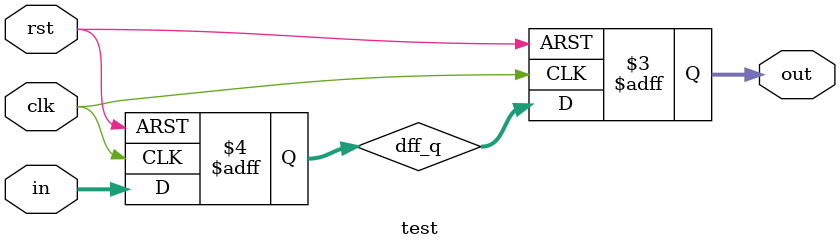
<source format=sv>
module test (
    input clk,
    input rst,
    input [2:0] in,
    output reg [2:0] out
);

    // dff
    reg [2:0] dff_q;

    always @(posedge clk or posedge rst) begin
        if (rst) begin
            dff_q <= 1'b0;
        end else begin
            dff_q <= in;
        end
    end

    always @(posedge clk or posedge rst) begin
        if (rst) begin
            out <= 1'b0;
        end else begin
            out <= dff_q;
        end
    end
    
endmodule
</source>
